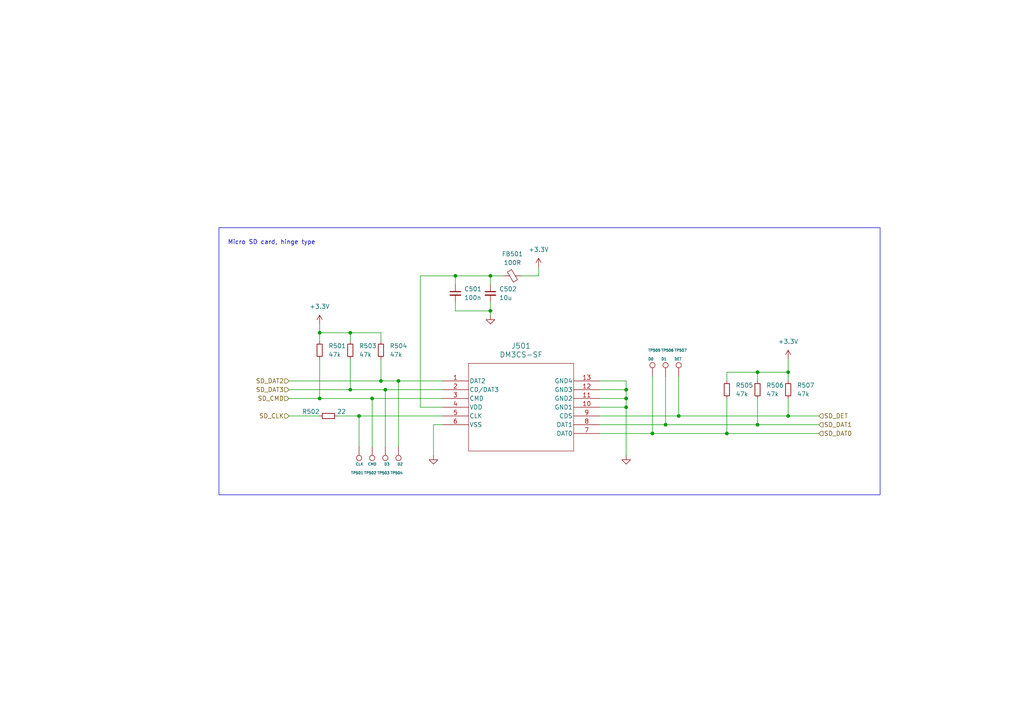
<source format=kicad_sch>
(kicad_sch (version 20231120) (generator "eeschema") (generator_version "8.0")
  (paper "A4")
  (lib_symbols
    (symbol "ActiveImpactor_Control:DM3CS-SF" (pin_names (offset 0.254))
      (property "Reference" "J" (at 22.86 10.16 0))
      (property "Value" "DM3CS-SF" (at 22.86 7.62 0))
      (symbol "DM3CS-SF_0_1"
        (polyline (pts (xy 7.62 -20.32) (xy 38.1 -20.32)) (stroke (width 0.127)))
        (polyline (pts (xy 7.62 5.08) (xy 7.62 -20.32)) (stroke (width 0.127)))
        (polyline (pts (xy 38.1 -20.32) (xy 38.1 5.08)) (stroke (width 0.127)))
        (polyline (pts (xy 38.1 5.08) (xy 7.62 5.08)) (stroke (width 0.127)))
        (pin bidirectional line (at 0 0 0) (length 7.62) (name "DAT2") (number "1"))
        (pin power_out line (at 45.72 -7.62 180) (length 7.62) (name "GND1") (number "10"))
        (pin power_out line (at 45.72 -5.08 180) (length 7.62) (name "GND2") (number "11"))
        (pin power_out line (at 45.72 -2.54 180) (length 7.62) (name "GND3") (number "12"))
        (pin power_out line (at 45.72 0 180) (length 7.62) (name "GND4") (number "13"))
        (pin unspecified line (at 0 -2.54 0) (length 7.62) (name "CD/DAT3") (number "2"))
        (pin unspecified line (at 0 -5.08 0) (length 7.62) (name "CMD") (number "3"))
        (pin power_in line (at 0 -7.62 0) (length 7.62) (name "VDD") (number "4"))
        (pin unspecified line (at 0 -10.16 0) (length 7.62) (name "CLK") (number "5"))
        (pin power_out line (at 0 -12.7 0) (length 7.62) (name "VSS") (number "6"))
        (pin bidirectional line (at 45.72 -15.24 180) (length 7.62) (name "DAT0") (number "7"))
        (pin bidirectional line (at 45.72 -12.7 180) (length 7.62) (name "DAT1") (number "8"))
        (pin unspecified line (at 45.72 -10.16 180) (length 7.62) (name "CDS") (number "9"))
      )
    )
    (symbol "Connector:TestPoint" (pin_numbers hide) (pin_names (offset 0.762) hide)
      (property "Reference" "TP" (at 0 6.858 0))
      (property "Value" "TestPoint" (at 0 5.08 0))
      (symbol "TestPoint_0_1"
        (circle (center 0 3.302) (radius 0.762))
      )
      (symbol "TestPoint_1_1"
        (pin passive line (at 0 0 90) (length 2.54) (name "1") (number "1"))
      )
    )
    (symbol "Device:C_Small" (pin_numbers hide) (pin_names (offset 0.254) hide)
      (property "Reference" "C" (at 0.254 1.778 0))
      (property "Value" "C_Small" (at 0.254 -2.032 0))
      (symbol "C_Small_0_1"
        (polyline (pts (xy -1.524 -0.508) (xy 1.524 -0.508)) (stroke (width 0.3302)))
        (polyline (pts (xy -1.524 0.508) (xy 1.524 0.508)) (stroke (width 0.3048)))
      )
      (symbol "C_Small_1_1"
        (pin passive line (at 0 2.54 270) (length 2.032) (name "~") (number "1"))
        (pin passive line (at 0 -2.54 90) (length 2.032) (name "~") (number "2"))
      )
    )
    (symbol "Device:FerriteBead_Small" (pin_numbers hide) (pin_names (offset 0))
      (property "Reference" "FB" (at 1.905 1.27 0))
      (property "Value" "FerriteBead_Small" (at 1.905 -1.27 0))
      (symbol "FerriteBead_Small_0_1"
        (polyline (pts (xy 0 -1.27) (xy 0 -0.7874)))
        (polyline (pts (xy 0 0.889) (xy 0 1.2954)))
        (polyline (pts (xy -1.8288 0.2794) (xy -1.1176 1.4986) (xy 1.8288 -0.2032) (xy 1.1176 -1.4224) (xy -1.8288 0.2794)))
      )
      (symbol "FerriteBead_Small_1_1"
        (pin passive line (at 0 2.54 270) (length 1.27) (name "~") (number "1"))
        (pin passive line (at 0 -2.54 90) (length 1.27) (name "~") (number "2"))
      )
    )
    (symbol "Device:R_Small" (pin_numbers hide) (pin_names (offset 0.254) hide)
      (property "Reference" "R" (at 0.762 0.508 0))
      (property "Value" "R_Small" (at 0.762 -1.016 0))
      (symbol "R_Small_0_1"
        (rectangle (start -0.762 1.778) (end 0.762 -1.778) (stroke (width 0.2032)))
      )
      (symbol "R_Small_1_1"
        (pin passive line (at 0 2.54 270) (length 0.762) (name "~") (number "1"))
        (pin passive line (at 0 -2.54 90) (length 0.762) (name "~") (number "2"))
      )
    )
    (symbol "power:+3.3V" (power) (pin_names (offset 0))
      (property "Value" "+3.3V" (at 0 3.556 0))
      (symbol "+3.3V_0_1"
        (polyline (pts (xy -0.762 1.27) (xy 0 2.54)))
        (polyline (pts (xy 0 0) (xy 0 2.54)))
        (polyline (pts (xy 0 2.54) (xy 0.762 1.27)))
      )
      (symbol "+3.3V_1_1"
        (pin power_in line (at 0 0 90) (length 0) hide (name "+3.3V") (number "1"))
      )
    )
    (symbol "power:GND" (power) (pin_names (offset 0))
      (property "Value" "GND" (at 0 -3.81 0))
      (symbol "GND_0_1"
        (polyline (pts (xy 0 0) (xy 0 -1.27) (xy 1.27 -1.27) (xy 0 -2.54) (xy -1.27 -1.27) (xy 0 -1.27)))
      )
      (symbol "GND_1_1"
        (pin power_in line (at 0 0 270) (length 0) hide (name "GND") (number "1"))
      )
    )
  )
  (junction (at 181.61 115.57))
  (junction (at 132.08 80.01))
  (junction (at 189.23 125.73))
  (junction (at 193.04 123.19))
  (junction (at 142.24 90.17))
  (junction (at 196.85 120.65))
  (junction (at 228.6 107.95))
  (junction (at 101.6 113.03))
  (junction (at 219.71 107.95))
  (junction (at 210.82 125.73))
  (junction (at 110.49 110.49))
  (junction (at 228.6 120.65))
  (junction (at 142.24 80.01))
  (junction (at 101.6 96.52))
  (junction (at 181.61 118.11))
  (junction (at 111.76 113.03))
  (junction (at 92.71 96.52))
  (junction (at 219.71 123.19))
  (junction (at 115.57 110.49))
  (junction (at 107.95 115.57))
  (junction (at 104.14 120.65))
  (junction (at 181.61 113.03))
  (junction (at 92.71 115.57))
  (wire (pts (xy 146.05 80.01) (xy 142.24 80.01)))
  (wire (pts (xy 111.76 113.03) (xy 128.27 113.03)))
  (wire (pts (xy 107.95 115.57) (xy 128.27 115.57)))
  (wire (pts (xy 173.99 123.19) (xy 193.04 123.19)))
  (wire (pts (xy 173.99 113.03) (xy 181.61 113.03)))
  (wire (pts (xy 210.82 115.57) (xy 210.82 125.73)))
  (wire (pts (xy 219.71 110.49) (xy 219.71 107.95)))
  (wire (pts (xy 110.49 99.06) (xy 110.49 96.52)))
  (wire (pts (xy 92.71 104.14) (xy 92.71 115.57)))
  (wire (pts (xy 121.92 80.01) (xy 121.92 118.11)))
  (wire (pts (xy 128.27 123.19) (xy 125.73 123.19)))
  (wire (pts (xy 83.82 115.57) (xy 92.71 115.57)))
  (wire (pts (xy 173.99 118.11) (xy 181.61 118.11)))
  (wire (pts (xy 115.57 110.49) (xy 128.27 110.49)))
  (wire (pts (xy 132.08 87.63) (xy 132.08 90.17)))
  (wire (pts (xy 142.24 90.17) (xy 142.24 91.44)))
  (wire (pts (xy 101.6 99.06) (xy 101.6 96.52)))
  (wire (pts (xy 115.57 110.49) (xy 115.57 129.54)))
  (wire (pts (xy 210.82 125.73) (xy 237.49 125.73)))
  (wire (pts (xy 142.24 87.63) (xy 142.24 90.17)))
  (wire (pts (xy 219.71 107.95) (xy 228.6 107.95)))
  (wire (pts (xy 121.92 118.11) (xy 128.27 118.11)))
  (wire (pts (xy 173.99 115.57) (xy 181.61 115.57)))
  (wire (pts (xy 110.49 110.49) (xy 115.57 110.49)))
  (wire (pts (xy 104.14 120.65) (xy 104.14 129.54)))
  (wire (pts (xy 219.71 123.19) (xy 237.49 123.19)))
  (wire (pts (xy 101.6 113.03) (xy 111.76 113.03)))
  (wire (pts (xy 121.92 80.01) (xy 132.08 80.01)))
  (wire (pts (xy 104.14 120.65) (xy 128.27 120.65)))
  (wire (pts (xy 228.6 120.65) (xy 237.49 120.65)))
  (wire (pts (xy 189.23 125.73) (xy 210.82 125.73)))
  (wire (pts (xy 83.82 110.49) (xy 110.49 110.49)))
  (wire (pts (xy 181.61 110.49) (xy 181.61 113.03)))
  (wire (pts (xy 110.49 96.52) (xy 101.6 96.52)))
  (wire (pts (xy 92.71 115.57) (xy 107.95 115.57)))
  (wire (pts (xy 210.82 110.49) (xy 210.82 107.95)))
  (wire (pts (xy 132.08 80.01) (xy 132.08 82.55)))
  (wire (pts (xy 181.61 118.11) (xy 181.61 132.08)))
  (wire (pts (xy 173.99 120.65) (xy 196.85 120.65)))
  (wire (pts (xy 97.79 120.65) (xy 104.14 120.65)))
  (wire (pts (xy 156.21 80.01) (xy 151.13 80.01)))
  (wire (pts (xy 193.04 123.19) (xy 219.71 123.19)))
  (wire (pts (xy 193.04 109.22) (xy 193.04 123.19)))
  (wire (pts (xy 142.24 90.17) (xy 132.08 90.17)))
  (wire (pts (xy 92.71 93.98) (xy 92.71 96.52)))
  (wire (pts (xy 142.24 80.01) (xy 132.08 80.01)))
  (wire (pts (xy 219.71 115.57) (xy 219.71 123.19)))
  (wire (pts (xy 210.82 107.95) (xy 219.71 107.95)))
  (wire (pts (xy 107.95 115.57) (xy 107.95 129.54)))
  (wire (pts (xy 181.61 113.03) (xy 181.61 115.57)))
  (wire (pts (xy 111.76 113.03) (xy 111.76 129.54)))
  (wire (pts (xy 92.71 96.52) (xy 92.71 99.06)))
  (wire (pts (xy 228.6 104.14) (xy 228.6 107.95)))
  (wire (pts (xy 196.85 120.65) (xy 228.6 120.65)))
  (wire (pts (xy 173.99 110.49) (xy 181.61 110.49)))
  (wire (pts (xy 173.99 125.73) (xy 189.23 125.73)))
  (wire (pts (xy 101.6 96.52) (xy 92.71 96.52)))
  (wire (pts (xy 142.24 80.01) (xy 142.24 82.55)))
  (wire (pts (xy 101.6 104.14) (xy 101.6 113.03)))
  (wire (pts (xy 83.82 120.65) (xy 92.71 120.65)))
  (wire (pts (xy 110.49 104.14) (xy 110.49 110.49)))
  (wire (pts (xy 181.61 115.57) (xy 181.61 118.11)))
  (wire (pts (xy 196.85 109.22) (xy 196.85 120.65)))
  (wire (pts (xy 125.73 123.19) (xy 125.73 132.08)))
  (wire (pts (xy 189.23 109.22) (xy 189.23 125.73)))
  (wire (pts (xy 83.82 113.03) (xy 101.6 113.03)))
  (wire (pts (xy 228.6 107.95) (xy 228.6 110.49)))
  (wire (pts (xy 228.6 115.57) (xy 228.6 120.65)))
  (wire (pts (xy 156.21 77.47) (xy 156.21 80.01)))
  (rectangle (start 63.5 66.04) (end 255.27 143.51))
  (text "Micro SD card, hinge type" (at 66.04 71.12 0) (effects (font (size 1.27 1.27)) (justify left bottom)))
  (hierarchical_label "SD_DAT3" (shape input) (at 83.82 113.03 180))
  (hierarchical_label "SD_DAT2" (shape input) (at 83.82 110.49 180))
  (hierarchical_label "SD_CMD" (shape input) (at 83.82 115.57 180))
  (hierarchical_label "SD_DAT1" (shape input) (at 237.49 123.19 0))
  (hierarchical_label "SD_DET" (shape input) (at 237.49 120.65 0))
  (hierarchical_label "SD_DAT0" (shape input) (at 237.49 125.73 0))
  (hierarchical_label "SD_CLK" (shape input) (at 83.82 120.65 180))
  (symbol (lib_id "Connector:TestPoint") (at 196.85 109.22 0) (unit 1) (in_bom no)
    (property "Reference" "TP507" (at 195.58 101.6 0) (effects (font (size 0.762 0.762)) (justify left)))
    (property "Value" "DET" (at 195.58 104.14 0) (effects (font (size 0.762 0.762)) (justify left)))
    (property "Footprint" "TestPoint:TestPoint_Pad_D1.0mm" (effects (hide yes)))
  )
  (symbol (lib_id "Device:R_Small") (at 219.71 113.03 0) (unit 1)
    (property "Reference" "R506" (at 222.25 111.76 0) (effects (justify left)))
    (property "Value" "47k" (at 222.25 114.3 0) (effects (justify left)))
    (property "Footprint" "Resistor_SMD:R_0402_1005Metric" (effects (hide yes)))
    (property "LCSC" "C25792" (effects (hide yes)))
    (instances (project "ActiveImpactor_Control" (path "" (reference "R506") (unit 1))) (project "AccelerometerEval" (path "" (reference "R2") (unit 1)) (path "" (reference "R502") (unit 1))))
  )
  (symbol (lib_id "Connector:TestPoint") (at 189.23 109.22 0) (unit 1) (in_bom no)
    (property "Reference" "TP505" (at 187.96 101.6 0) (effects (font (size 0.762 0.762)) (justify left)))
    (property "Value" "D0" (at 187.96 104.14 0) (effects (font (size 0.762 0.762)) (justify left)))
    (property "Footprint" "TestPoint:TestPoint_Pad_D1.0mm" (effects (hide yes)))
  )
  (symbol (lib_id "Device:R_Small") (at 101.6 101.6 0) (unit 1)
    (property "Reference" "R503" (at 104.14 100.33 0) (effects (justify left)))
    (property "Value" "47k" (at 104.14 102.87 0) (effects (justify left)))
    (property "Footprint" "Resistor_SMD:R_0402_1005Metric" (effects (hide yes)))
    (property "LCSC" "C25792" (effects (hide yes)))
    (instances (project "ActiveImpactor_Control" (path "" (reference "R503") (unit 1))) (project "AccelerometerEval" (path "" (reference "R2") (unit 1)) (path "" (reference "R502") (unit 1))))
  )
  (symbol (lib_id "Connector:TestPoint") (at 104.14 129.54 180) (unit 1) (in_bom no)
    (property "Reference" "TP501" (at 105.41 137.16 0) (effects (font (size 0.762 0.762)) (justify left)))
    (property "Value" "CLK" (at 105.41 134.62 0) (effects (font (size 0.762 0.762)) (justify left)))
    (property "Footprint" "TestPoint:TestPoint_Pad_D1.0mm" (effects (hide yes)))
  )
  (symbol (lib_id "Device:R_Small") (at 92.71 101.6 0) (unit 1)
    (property "Reference" "R501" (at 95.25 100.33 0) (effects (justify left)))
    (property "Value" "47k" (at 95.25 102.87 0) (effects (justify left)))
    (property "Footprint" "Resistor_SMD:R_0402_1005Metric" (effects (hide yes)))
    (property "LCSC" "C25792" (effects (hide yes)))
    (instances (project "ActiveImpactor_Control" (path "" (reference "R501") (unit 1))) (project "AccelerometerEval" (path "" (reference "R2") (unit 1)) (path "" (reference "R502") (unit 1))))
  )
  (symbol (lib_id "power:GND") (at 125.73 132.08 0) (unit 1)
    (property "Reference" "#PWR0502" (effects (hide yes)))
    (property "Value" "GND" (effects (hide yes)))
    (instances (project "ActiveImpactor_Control" (path "" (reference "#PWR0502") (unit 1))) (project "AccelerometerEval" (path "" (reference "#PWR06") (unit 1)) (path "" (reference "#PWR0503") (unit 1))))
  )
  (symbol (lib_id "ActiveImpactor_Control:DM3CS-SF") (at 128.27 110.49 0) (unit 1)
    (property "Reference" "J501" (at 151.13 100.33 0) (effects (font (size 1.524 1.524))))
    (property "Value" "DM3CS-SF" (at 151.13 102.87 0) (effects (font (size 1.524 1.524))))
    (property "Footprint" "ActiveImpactor_Power:DM3CS-SF_HIR" (effects (hide yes)))
    (property "Datasheet" "DM3CS-SF" (effects (hide yes)))
    (property "LCSC" "C202111" (effects (hide yes)))
  )
  (symbol (lib_id "Connector:TestPoint") (at 107.95 129.54 180) (unit 1) (in_bom no)
    (property "Reference" "TP502" (at 109.22 137.16 0) (effects (font (size 0.762 0.762)) (justify left)))
    (property "Value" "CMD" (at 109.22 134.62 0) (effects (font (size 0.762 0.762)) (justify left)))
    (property "Footprint" "TestPoint:TestPoint_Pad_D1.0mm" (effects (hide yes)))
  )
  (symbol (lib_id "Device:R_Small") (at 110.49 101.6 0) (unit 1)
    (property "Reference" "R504" (at 113.03 100.33 0) (effects (justify left)))
    (property "Value" "47k" (at 113.03 102.87 0) (effects (justify left)))
    (property "Footprint" "Resistor_SMD:R_0402_1005Metric" (effects (hide yes)))
    (property "LCSC" "C25792" (effects (hide yes)))
    (instances (project "ActiveImpactor_Control" (path "" (reference "R504") (unit 1))) (project "AccelerometerEval" (path "" (reference "R2") (unit 1)) (path "" (reference "R502") (unit 1))))
  )
  (symbol (lib_id "power:GND") (at 142.24 91.44 0) (mirror y) (unit 1)
    (property "Reference" "#PWR0503" (effects (hide yes)))
    (property "Value" "GND" (effects (hide yes)))
    (instances (project "ActiveImpactor_Control" (path "" (reference "#PWR0503") (unit 1))) (project "AccelerometerEval" (path "" (reference "#PWR06") (unit 1)) (path "" (reference "#PWR0503") (unit 1))))
  )
  (symbol (lib_id "Device:R_Small") (at 228.6 113.03 0) (unit 1)
    (property "Reference" "R507" (at 231.14 111.76 0) (effects (justify left)))
    (property "Value" "47k" (at 231.14 114.3 0) (effects (justify left)))
    (property "Footprint" "Resistor_SMD:R_0402_1005Metric" (effects (hide yes)))
    (property "LCSC" "C25792" (effects (hide yes)))
    (instances (project "ActiveImpactor_Control" (path "" (reference "R507") (unit 1))) (project "AccelerometerEval" (path "" (reference "R2") (unit 1)) (path "" (reference "R502") (unit 1))))
  )
  (symbol (lib_id "power:+3.3V") (at 156.21 77.47 0) (mirror y) (unit 1)
    (property "Reference" "#PWR0504" (effects (hide yes)))
    (property "Value" "+3.3V" (at 156.21 72.39 0))
    (instances (project "ActiveImpactor_Control" (path "" (reference "#PWR0504") (unit 1))) (project "AccelerometerEval" (path "" (reference "#PWR04") (unit 1)) (path "" (reference "#PWR0502") (unit 1))))
  )
  (symbol (lib_id "Device:R_Small") (at 210.82 113.03 0) (unit 1)
    (property "Reference" "R505" (at 213.36 111.76 0) (effects (justify left)))
    (property "Value" "47k" (at 213.36 114.3 0) (effects (justify left)))
    (property "Footprint" "Resistor_SMD:R_0402_1005Metric" (effects (hide yes)))
    (property "LCSC" "C25792" (effects (hide yes)))
    (instances (project "ActiveImpactor_Control" (path "" (reference "R505") (unit 1))) (project "AccelerometerEval" (path "" (reference "R2") (unit 1)) (path "" (reference "R502") (unit 1))))
  )
  (symbol (lib_id "Device:C_Small") (at 132.08 85.09 0) (unit 1)
    (property "Reference" "C501" (at 134.62 83.82 0) (effects (justify left)))
    (property "Value" "100n" (at 134.62 86.36 0) (effects (justify left)))
    (property "Footprint" "Capacitor_SMD:C_0402_1005Metric" (effects (hide yes)))
    (property "LCSC" "C1525" (effects (hide yes)))
    (instances (project "ActiveImpactor_Control" (path "" (reference "C501") (unit 1))) (project "AccelerometerEval" (path "" (reference "C3") (unit 1)) (path "" (reference "C502") (unit 1))))
  )
  (symbol (lib_id "power:+3.3V") (at 92.71 93.98 0) (mirror y) (unit 1)
    (property "Reference" "#PWR0501" (effects (hide yes)))
    (property "Value" "+3.3V" (at 92.71 88.9 0))
    (instances (project "ActiveImpactor_Control" (path "" (reference "#PWR0501") (unit 1))) (project "AccelerometerEval" (path "" (reference "#PWR04") (unit 1)) (path "" (reference "#PWR0502") (unit 1))))
  )
  (symbol (lib_id "Device:R_Small") (at 95.25 120.65 270) (unit 1)
    (property "Reference" "R502" (at 90.17 119.38 90))
    (property "Value" "22" (at 99.06 119.38 90))
    (property "Footprint" "Resistor_SMD:R_0402_1005Metric" (effects (hide yes)))
    (property "LCSC" "C25092" (effects (hide yes)))
    (instances (project "ActiveImpactor_Control" (path "" (reference "R502") (unit 1))) (project "AccelerometerEval" (path "" (reference "R15") (unit 1)) (path "" (reference "R501") (unit 1))) (project "BluePhil" (path "" (reference "R206") (unit 1))))
  )
  (symbol (lib_id "Connector:TestPoint") (at 115.57 129.54 180) (unit 1) (in_bom no)
    (property "Reference" "TP504" (at 116.84 137.16 0) (effects (font (size 0.762 0.762)) (justify left)))
    (property "Value" "D2" (at 116.84 134.62 0) (effects (font (size 0.762 0.762)) (justify left)))
    (property "Footprint" "TestPoint:TestPoint_Pad_D1.0mm" (effects (hide yes)))
  )
  (symbol (lib_id "Connector:TestPoint") (at 193.04 109.22 0) (unit 1) (in_bom no)
    (property "Reference" "TP506" (at 191.77 101.6 0) (effects (font (size 0.762 0.762)) (justify left)))
    (property "Value" "D1" (at 191.77 104.14 0) (effects (font (size 0.762 0.762)) (justify left)))
    (property "Footprint" "TestPoint:TestPoint_Pad_D1.0mm" (effects (hide yes)))
  )
  (symbol (lib_id "power:+3.3V") (at 228.6 104.14 0) (mirror y) (unit 1)
    (property "Reference" "#PWR0506" (effects (hide yes)))
    (property "Value" "+3.3V" (at 228.6 99.06 0))
    (instances (project "ActiveImpactor_Control" (path "" (reference "#PWR0506") (unit 1))) (project "AccelerometerEval" (path "" (reference "#PWR04") (unit 1)) (path "" (reference "#PWR0502") (unit 1))))
  )
  (symbol (lib_id "power:GND") (at 181.61 132.08 0) (unit 1)
    (property "Reference" "#PWR0505" (effects (hide yes)))
    (property "Value" "GND" (effects (hide yes)))
    (instances (project "ActiveImpactor_Control" (path "" (reference "#PWR0505") (unit 1))) (project "AccelerometerEval" (path "" (reference "#PWR06") (unit 1)) (path "" (reference "#PWR0503") (unit 1))))
  )
  (symbol (lib_id "Connector:TestPoint") (at 111.76 129.54 180) (unit 1) (in_bom no)
    (property "Reference" "TP503" (at 113.03 137.16 0) (effects (font (size 0.762 0.762)) (justify left)))
    (property "Value" "D3" (at 113.03 134.62 0) (effects (font (size 0.762 0.762)) (justify left)))
    (property "Footprint" "TestPoint:TestPoint_Pad_D1.0mm" (effects (hide yes)))
  )
  (symbol (lib_id "Device:C_Small") (at 142.24 85.09 0) (unit 1)
    (property "Reference" "C502" (at 144.78 83.8263 0) (effects (justify left)))
    (property "Value" "10u" (at 144.78 86.3663 0) (effects (justify left)))
    (property "Footprint" "Capacitor_SMD:C_0603_1608Metric" (effects (hide yes)))
    (property "LCSC" "C19702" (effects (hide yes)))
    (instances (project "ActiveImpactor_Control" (path "" (reference "C502") (unit 1))) (project "AccelerometerEval" (path "" (reference "C2") (unit 1)) (path "" (reference "C501") (unit 1))))
  )
  (symbol (lib_id "Device:FerriteBead_Small") (at 148.59 80.01 270) (mirror x) (unit 1)
    (property "Reference" "FB501" (at 148.6281 73.66 90))
    (property "Value" "100R" (at 148.6281 76.2 90))
    (property "Footprint" "Inductor_SMD:L_0603_1608Metric" (effects (hide yes)))
    (property "LCSC" "C1002" (effects (hide yes)))
    (instances (project "ActiveImpactor_Control" (path "" (reference "FB501") (unit 1))) (project "AccelerometerEval" (path "" (reference "FB1") (unit 1)) (path "" (reference "FB501") (unit 1))))
  )
)
</source>
